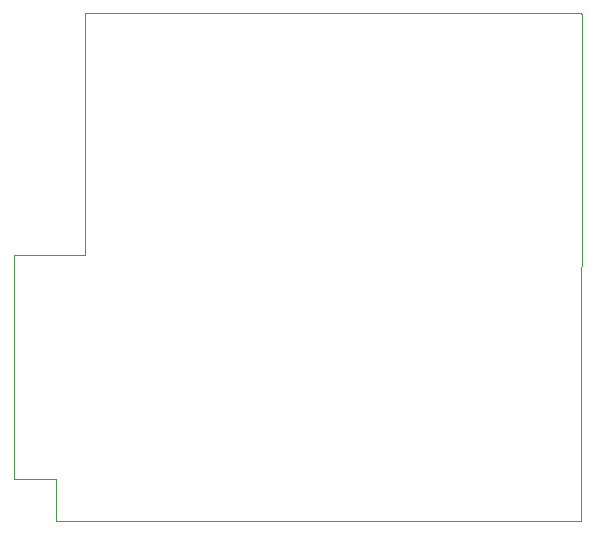
<source format=gbr>
%TF.GenerationSoftware,KiCad,Pcbnew,9.0.2*%
%TF.CreationDate,2025-07-27T17:27:23+05:30*%
%TF.ProjectId,smart_usb,736d6172-745f-4757-9362-2e6b69636164,rev?*%
%TF.SameCoordinates,Original*%
%TF.FileFunction,Profile,NP*%
%FSLAX46Y46*%
G04 Gerber Fmt 4.6, Leading zero omitted, Abs format (unit mm)*
G04 Created by KiCad (PCBNEW 9.0.2) date 2025-07-27 17:27:23*
%MOMM*%
%LPD*%
G01*
G04 APERTURE LIST*
%TA.AperFunction,Profile*%
%ADD10C,0.050000*%
%TD*%
G04 APERTURE END LIST*
D10*
X180000000Y-93040000D02*
X180000000Y-89500000D01*
X176500000Y-70500000D02*
X182500000Y-70500000D01*
X224500000Y-93040000D02*
X180000000Y-93040000D01*
X176500000Y-89500000D02*
X176500000Y-70500000D01*
X180000000Y-89500000D02*
X176500000Y-89500000D01*
X182500000Y-50000000D02*
X224500000Y-50000000D01*
X182500000Y-70500000D02*
X182500000Y-50000000D01*
X224510000Y-50170000D02*
X224500000Y-93040000D01*
X224500000Y-50000000D02*
X224510000Y-50170000D01*
M02*

</source>
